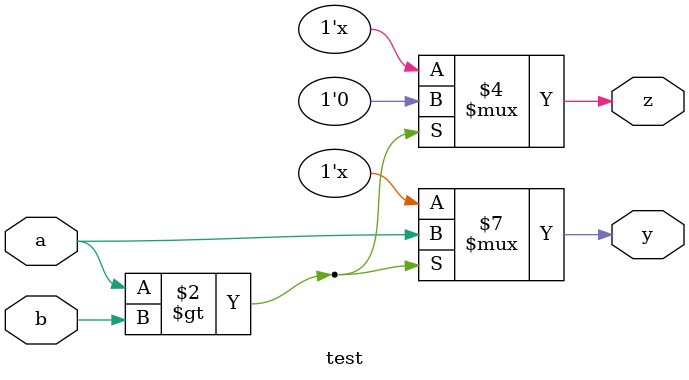
<source format=sv>
module test
(
    input logic a, b,
    output logic y, z
);

always_comb begin
    if (a > b) begin
        y = $signed(a);
        z = 0;
    end
end

endmodule

</source>
